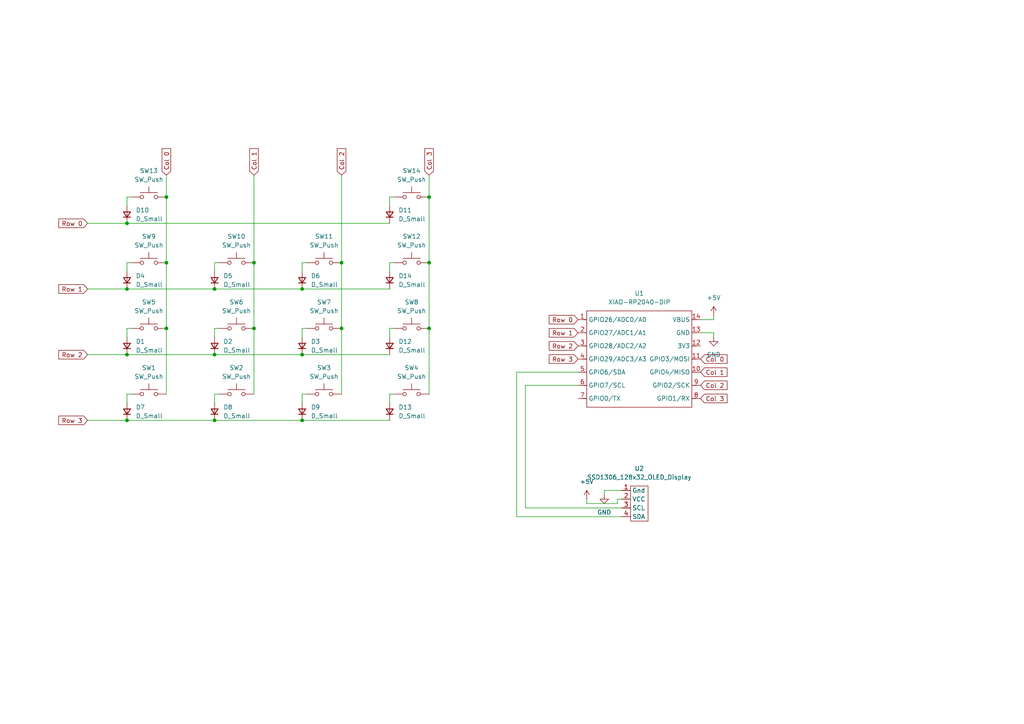
<source format=kicad_sch>
(kicad_sch (version 20250114) (generator "eeschema") (generator_version "9.0")
  (paper "A4")
  (lib_symbols
    (symbol "Device:D_Small" (pin_numbers (hide yes)) (pin_names (offset 0.254) (hide yes))
      (property "Reference" "D" (at -1.27 2.032 0))
      (property "Value" "D_Small" (at -3.81 -2.032 0))
      (symbol "D_Small_0_1"
        (polyline (pts (xy -0.762 0) (xy 0.762 0)))
        (polyline (pts (xy -0.762 -1.016) (xy -0.762 1.016)) (stroke (width 0.254)))
        (polyline (pts (xy 0.762 -1.016) (xy -0.762 0) (xy 0.762 1.016) (xy 0.762 -1.016)) (stroke (width 0.254)))
      )
      (symbol "D_Small_1_1"
        (pin passive line (at -2.54 0 0) (length 1.778) (name "K") (number "1"))
        (pin passive line (at 2.54 0 180) (length 1.778) (name "A") (number "2"))
      )
    )
    (symbol "OFL:XIAO-RP2040-DIP"
      (property "Reference" "U" (at 0 0 0))
      (property "Value" "XIAO-RP2040-DIP" (at 5.334 -1.778 0))
      (symbol "XIAO-RP2040-DIP_1_0"
        (polyline (pts (xy -1.27 -2.54) (xy 29.21 -2.54)) (stroke (width 0.1524)))
        (polyline (pts (xy -1.27 -5.08) (xy -2.54 -5.08)) (stroke (width 0.1524)))
        (polyline (pts (xy -1.27 -5.08) (xy -1.27 -2.54)) (stroke (width 0.1524)))
        (polyline (pts (xy -1.27 -8.89) (xy -2.54 -8.89)) (stroke (width 0.1524)))
        (polyline (pts (xy -1.27 -8.89) (xy -1.27 -5.08)) (stroke (width 0.1524)))
        (polyline (pts (xy -1.27 -12.7) (xy -2.54 -12.7)) (stroke (width 0.1524)))
        (polyline (pts (xy -1.27 -12.7) (xy -1.27 -8.89)) (stroke (width 0.1524)))
        (polyline (pts (xy -1.27 -16.51) (xy -2.54 -16.51)) (stroke (width 0.1524)))
        (polyline (pts (xy -1.27 -16.51) (xy -1.27 -12.7)) (stroke (width 0.1524)))
        (polyline (pts (xy -1.27 -20.32) (xy -2.54 -20.32)) (stroke (width 0.1524)))
        (polyline (pts (xy -1.27 -24.13) (xy -2.54 -24.13)) (stroke (width 0.1524)))
        (polyline (pts (xy -1.27 -27.94) (xy -2.54 -27.94)) (stroke (width 0.1524)))
        (polyline (pts (xy -1.27 -30.48) (xy -1.27 -16.51)) (stroke (width 0.1524)))
        (polyline (pts (xy 29.21 -2.54) (xy 29.21 -5.08)) (stroke (width 0.1524)))
        (polyline (pts (xy 29.21 -5.08) (xy 29.21 -8.89)) (stroke (width 0.1524)))
        (polyline (pts (xy 29.21 -8.89) (xy 29.21 -12.7)) (stroke (width 0.1524)))
        (polyline (pts (xy 29.21 -12.7) (xy 29.21 -30.48)) (stroke (width 0.1524)))
        (polyline (pts (xy 29.21 -30.48) (xy -1.27 -30.48)) (stroke (width 0.1524)))
        (polyline (pts (xy 30.48 -5.08) (xy 29.21 -5.08)) (stroke (width 0.1524)))
        (polyline (pts (xy 30.48 -8.89) (xy 29.21 -8.89)) (stroke (width 0.1524)))
        (polyline (pts (xy 30.48 -12.7) (xy 29.21 -12.7)) (stroke (width 0.1524)))
        (polyline (pts (xy 30.48 -16.51) (xy 29.21 -16.51)) (stroke (width 0.1524)))
        (polyline (pts (xy 30.48 -20.32) (xy 29.21 -20.32)) (stroke (width 0.1524)))
        (polyline (pts (xy 30.48 -24.13) (xy 29.21 -24.13)) (stroke (width 0.1524)))
        (polyline (pts (xy 30.48 -27.94) (xy 29.21 -27.94)) (stroke (width 0.1524)))
        (pin passive line (at -3.81 -5.08 0) (length 2.54) (name "GPIO26/ADC0/A0") (number "1"))
        (pin passive line (at -3.81 -8.89 0) (length 2.54) (name "GPIO27/ADC1/A1") (number "2"))
        (pin passive line (at -3.81 -12.7 0) (length 2.54) (name "GPIO28/ADC2/A2") (number "3"))
        (pin passive line (at -3.81 -16.51 0) (length 2.54) (name "GPIO29/ADC3/A3") (number "4"))
        (pin passive line (at -3.81 -20.32 0) (length 2.54) (name "GPIO6/SDA") (number "5"))
        (pin passive line (at -3.81 -24.13 0) (length 2.54) (name "GPIO7/SCL") (number "6"))
        (pin passive line (at -3.81 -27.94 0) (length 2.54) (name "GPIO0/TX") (number "7"))
        (pin passive line (at 31.75 -5.08 180) (length 2.54) (name "VBUS") (number "14"))
        (pin passive line (at 31.75 -8.89 180) (length 2.54) (name "GND") (number "13"))
        (pin passive line (at 31.75 -12.7 180) (length 2.54) (name "3V3") (number "12"))
        (pin passive line (at 31.75 -16.51 180) (length 2.54) (name "GPIO3/MOSI") (number "11"))
        (pin passive line (at 31.75 -20.32 180) (length 2.54) (name "GPIO4/MISO") (number "10"))
        (pin passive line (at 31.75 -24.13 180) (length 2.54) (name "GPIO2/SCK") (number "9"))
        (pin passive line (at 31.75 -27.94 180) (length 2.54) (name "GPIO1/RX") (number "8"))
      )
    )
    (symbol "SSD1306_0.91_inch_128x32_OLED_Display_1"
      (property "Reference" "U" (at 0 1.778 0))
      (property "Value" "SSD1306_128x32_OLED_Display" (at 0 0 0))
      (symbol "SSD1306_0.91_inch_128x32_OLED_Display_1_0_1"
        (rectangle (start -2.54 -1.27) (end 2.54 -11.43))
      )
      (symbol "SSD1306_0.91_inch_128x32_OLED_Display_1_1_1"
        (pin input line (at 5.08 -2.54 180) (length 2.54) (name "Gnd") (number "1"))
        (pin input line (at 5.08 -5.08 180) (length 2.54) (name "VCC") (number "2"))
        (pin input line (at 5.08 -7.62 180) (length 2.54) (name "SCL") (number "3"))
        (pin input line (at 5.08 -10.16 180) (length 2.54) (name "SDA") (number "4"))
      )
    )
    (symbol "Switch:SW_Push" (pin_numbers (hide yes)) (pin_names (offset 1.016) (hide yes))
      (property "Reference" "SW" (at 1.27 2.54 0))
      (property "Value" "SW_Push" (at 0 -1.524 0))
      (symbol "SW_Push_0_1"
        (circle (center -2.032 0) (radius 0.508))
        (polyline (pts (xy 0 1.27) (xy 0 3.048)))
        (circle (center 2.032 0) (radius 0.508))
        (polyline (pts (xy 2.54 1.27) (xy -2.54 1.27)))
        (pin passive line (at -5.08 0 0) (length 2.54) (name "1") (number "1"))
        (pin passive line (at 5.08 0 180) (length 2.54) (name "2") (number "2"))
      )
    )
    (symbol "power:+5V" (power) (pin_numbers (hide yes)) (pin_names (offset 0) (hide yes))
      (property "Value" "+5V" (at 0 3.556 0))
      (symbol "+5V_0_1"
        (polyline (pts (xy -0.762 1.27) (xy 0 2.54)))
        (polyline (pts (xy 0 2.54) (xy 0.762 1.27)))
        (polyline (pts (xy 0 0) (xy 0 2.54)))
      )
      (symbol "+5V_1_1"
        (pin power_in line (at 0 0 90) (length 0) (name "~") (number "1"))
      )
    )
    (symbol "power:GND" (power) (pin_numbers (hide yes)) (pin_names (offset 0) (hide yes))
      (property "Value" "GND" (at 0 -3.81 0))
      (symbol "GND_0_1"
        (polyline (pts (xy 0 0) (xy 0 -1.27) (xy 1.27 -1.27) (xy 0 -2.54) (xy -1.27 -1.27) (xy 0 -1.27)))
      )
      (symbol "GND_1_1"
        (pin power_in line (at 0 0 270) (length 0) (name "~") (number "1"))
      )
    )
  )
  (junction (at 87.63 83.82))
  (junction (at 124.46 76.2))
  (junction (at 62.23 121.92))
  (junction (at 36.83 83.82))
  (junction (at 62.23 102.87))
  (junction (at 48.26 57.15))
  (junction (at 73.66 76.2))
  (junction (at 124.46 95.25))
  (junction (at 36.83 121.92))
  (junction (at 62.23 83.82))
  (junction (at 73.66 95.25))
  (junction (at 124.46 57.15))
  (junction (at 99.06 95.25))
  (junction (at 87.63 121.92))
  (junction (at 48.26 76.2))
  (junction (at 36.83 102.87))
  (junction (at 99.06 76.2))
  (junction (at 48.26 95.25))
  (junction (at 87.63 102.87))
  (junction (at 36.83 64.77))
  (wire (pts (xy 179.07 144.78) (xy 179.07 146.05)))
  (wire (pts (xy 36.83 114.3) (xy 36.83 116.84)))
  (wire (pts (xy 207.01 92.71) (xy 207.01 91.44)))
  (wire (pts (xy 48.26 57.15) (xy 48.26 76.2)))
  (wire (pts (xy 113.03 95.25) (xy 113.03 97.79)))
  (wire (pts (xy 149.86 149.86) (xy 180.34 149.86)))
  (wire (pts (xy 36.83 57.15) (xy 38.1 57.15)))
  (wire (pts (xy 152.4 111.76) (xy 152.4 147.32)))
  (wire (pts (xy 124.46 50.8) (xy 124.46 57.15)))
  (wire (pts (xy 99.06 76.2) (xy 99.06 95.25)))
  (wire (pts (xy 62.23 95.25) (xy 62.23 97.79)))
  (wire (pts (xy 114.3 95.25) (xy 113.03 95.25)))
  (wire (pts (xy 25.4 121.92) (xy 36.83 121.92)))
  (wire (pts (xy 38.1 76.2) (xy 36.83 76.2)))
  (wire (pts (xy 36.83 121.92) (xy 62.23 121.92)))
  (wire (pts (xy 25.4 64.77) (xy 36.83 64.77)))
  (wire (pts (xy 152.4 147.32) (xy 180.34 147.32)))
  (wire (pts (xy 170.18 146.05) (xy 170.18 144.78)))
  (wire (pts (xy 36.83 102.87) (xy 62.23 102.87)))
  (wire (pts (xy 167.64 107.95) (xy 149.86 107.95)))
  (wire (pts (xy 36.83 76.2) (xy 36.83 78.74)))
  (wire (pts (xy 87.63 102.87) (xy 113.03 102.87)))
  (wire (pts (xy 63.5 114.3) (xy 62.23 114.3)))
  (wire (pts (xy 88.9 95.25) (xy 87.63 95.25)))
  (wire (pts (xy 87.63 95.25) (xy 87.63 97.79)))
  (wire (pts (xy 180.34 142.24) (xy 175.26 142.24)))
  (wire (pts (xy 124.46 57.15) (xy 124.46 76.2)))
  (wire (pts (xy 48.26 76.2) (xy 48.26 95.25)))
  (wire (pts (xy 87.63 76.2) (xy 88.9 76.2)))
  (wire (pts (xy 113.03 76.2) (xy 113.03 78.74)))
  (wire (pts (xy 36.83 83.82) (xy 62.23 83.82)))
  (wire (pts (xy 87.63 114.3) (xy 87.63 116.84)))
  (wire (pts (xy 113.03 114.3) (xy 113.03 116.84)))
  (wire (pts (xy 179.07 146.05) (xy 170.18 146.05)))
  (wire (pts (xy 73.66 95.25) (xy 73.66 114.3)))
  (wire (pts (xy 180.34 144.78) (xy 179.07 144.78)))
  (wire (pts (xy 38.1 95.25) (xy 36.83 95.25)))
  (wire (pts (xy 62.23 114.3) (xy 62.23 116.84)))
  (wire (pts (xy 36.83 95.25) (xy 36.83 97.79)))
  (wire (pts (xy 149.86 107.95) (xy 149.86 149.86)))
  (wire (pts (xy 99.06 95.25) (xy 99.06 114.3)))
  (wire (pts (xy 99.06 50.8) (xy 99.06 76.2)))
  (wire (pts (xy 87.63 76.2) (xy 87.63 78.74)))
  (wire (pts (xy 63.5 95.25) (xy 62.23 95.25)))
  (wire (pts (xy 175.26 142.24) (xy 175.26 143.51)))
  (wire (pts (xy 124.46 95.25) (xy 124.46 114.3)))
  (wire (pts (xy 73.66 76.2) (xy 73.66 95.25)))
  (wire (pts (xy 124.46 76.2) (xy 124.46 95.25)))
  (wire (pts (xy 36.83 64.77) (xy 113.03 64.77)))
  (wire (pts (xy 203.2 96.52) (xy 207.01 96.52)))
  (wire (pts (xy 36.83 59.69) (xy 36.83 57.15)))
  (wire (pts (xy 87.63 121.92) (xy 113.03 121.92)))
  (wire (pts (xy 62.23 83.82) (xy 87.63 83.82)))
  (wire (pts (xy 207.01 96.52) (xy 207.01 97.79)))
  (wire (pts (xy 88.9 114.3) (xy 87.63 114.3)))
  (wire (pts (xy 25.4 83.82) (xy 36.83 83.82)))
  (wire (pts (xy 114.3 76.2) (xy 113.03 76.2)))
  (wire (pts (xy 87.63 83.82) (xy 113.03 83.82)))
  (wire (pts (xy 114.3 114.3) (xy 113.03 114.3)))
  (wire (pts (xy 167.64 111.76) (xy 152.4 111.76)))
  (wire (pts (xy 113.03 57.15) (xy 113.03 59.69)))
  (wire (pts (xy 48.26 95.25) (xy 48.26 114.3)))
  (wire (pts (xy 62.23 102.87) (xy 87.63 102.87)))
  (wire (pts (xy 62.23 76.2) (xy 62.23 78.74)))
  (wire (pts (xy 62.23 121.92) (xy 87.63 121.92)))
  (wire (pts (xy 38.1 114.3) (xy 36.83 114.3)))
  (wire (pts (xy 25.4 102.87) (xy 36.83 102.87)))
  (wire (pts (xy 63.5 76.2) (xy 62.23 76.2)))
  (wire (pts (xy 48.26 50.8) (xy 48.26 57.15)))
  (wire (pts (xy 114.3 57.15) (xy 113.03 57.15)))
  (wire (pts (xy 203.2 92.71) (xy 207.01 92.71)))
  (wire (pts (xy 73.66 50.8) (xy 73.66 76.2)))
  (global_label "Col 3" (shape input) (at 203.2 115.57 0) (property "Intersheetrefs" "${INTERSHEET_REFS}" (effects (hide yes))))
  (global_label "Row 2" (shape input) (at 25.4 102.87 180) (property "Intersheetrefs" "${INTERSHEET_REFS}" (effects (hide yes))))
  (global_label "Row 2" (shape input) (at 167.64 100.33 180) (property "Intersheetrefs" "${INTERSHEET_REFS}" (effects (hide yes))))
  (global_label "Col 2" (shape input) (at 99.06 50.8 90) (property "Intersheetrefs" "${INTERSHEET_REFS}" (effects (hide yes))))
  (global_label "Row 1" (shape input) (at 167.64 96.52 180) (property "Intersheetrefs" "${INTERSHEET_REFS}" (effects (hide yes))))
  (global_label "Col 2" (shape input) (at 203.2 111.76 0) (property "Intersheetrefs" "${INTERSHEET_REFS}" (effects (hide yes))))
  (global_label "Row 0" (shape input) (at 25.4 64.77 180) (property "Intersheetrefs" "${INTERSHEET_REFS}" (effects (hide yes))))
  (global_label "Col 0" (shape input) (at 48.26 50.8 90) (property "Intersheetrefs" "${INTERSHEET_REFS}" (effects (hide yes))))
  (global_label "Col 1" (shape input) (at 73.66 50.8 90) (property "Intersheetrefs" "${INTERSHEET_REFS}" (effects (hide yes))))
  (global_label "Col 3" (shape input) (at 124.46 50.8 90) (property "Intersheetrefs" "${INTERSHEET_REFS}" (effects (hide yes))))
  (global_label "Row 0" (shape input) (at 167.64 92.71 180) (property "Intersheetrefs" "${INTERSHEET_REFS}" (effects (hide yes))))
  (global_label "Row 1" (shape input) (at 25.4 83.82 180) (property "Intersheetrefs" "${INTERSHEET_REFS}" (effects (hide yes))))
  (global_label "Row 3" (shape input) (at 167.64 104.14 180) (property "Intersheetrefs" "${INTERSHEET_REFS}" (effects (hide yes))))
  (global_label "Col 0" (shape input) (at 203.2 104.14 0) (property "Intersheetrefs" "${INTERSHEET_REFS}" (effects (hide yes))))
  (global_label "Col 1" (shape input) (at 203.2 107.95 0) (property "Intersheetrefs" "${INTERSHEET_REFS}" (effects (hide yes))))
  (global_label "Row 3" (shape input) (at 25.4 121.92 180) (property "Intersheetrefs" "${INTERSHEET_REFS}" (effects (hide yes))))
  (symbol (lib_id "Device:D_Small") (at 62.23 119.38 90) (unit 1)
    (property "Reference" "D8" (at 64.77 118.1099 90) (effects (justify right)))
    (property "Value" "D_Small" (at 64.77 120.6499 90) (effects (justify right)))
    (property "Footprint" "Diode_THT:D_DO-35_SOD27_P7.62mm_Horizontal" (effects (hide yes)))
    (property "Description" "Diode, small symbol" (effects (hide yes)))
    (property "Sim.Device" "D" (effects (hide yes)))
    (property "Sim.Pins" "1=K 2=A" (effects (hide yes)))
  )
  (symbol (lib_id "Switch:SW_Push") (at 43.18 57.15 0) (unit 1)
    (property "Reference" "SW13" (at 43.18 49.53 0))
    (property "Value" "SW_Push" (at 43.18 52.07 0))
    (property "Footprint" "Button_Switch_Keyboard:SW_Cherry_MX_1.00u_PCB" (effects (hide yes)))
    (property "Description" "Push button switch, generic, two pins" (effects (hide yes)))
  )
  (symbol (lib_id "power:+5V") (at 207.01 91.44 0) (unit 1)
    (property "Reference" "#PWR03" (effects (hide yes)))
    (property "Value" "+5V" (at 207.01 86.36 0))
    (property "Description" "Power symbol creates a global label with name \"+5V\"" (effects (hide yes)))
  )
  (symbol (lib_id "Device:D_Small") (at 36.83 62.23 90) (unit 1)
    (property "Reference" "D10" (at 39.37 60.9599 90) (effects (justify right)))
    (property "Value" "D_Small" (at 39.37 63.4999 90) (effects (justify right)))
    (property "Footprint" "Diode_THT:D_DO-35_SOD27_P7.62mm_Horizontal" (effects (hide yes)))
    (property "Description" "Diode, small symbol" (effects (hide yes)))
    (property "Sim.Device" "D" (effects (hide yes)))
    (property "Sim.Pins" "1=K 2=A" (effects (hide yes)))
  )
  (symbol (lib_id "Switch:SW_Push") (at 119.38 114.3 0) (unit 1)
    (property "Reference" "SW4" (at 119.38 106.68 0))
    (property "Value" "SW_Push" (at 119.38 109.22 0))
    (property "Footprint" "Button_Switch_Keyboard:SW_Cherry_MX_1.00u_PCB" (effects (hide yes)))
    (property "Description" "Push button switch, generic, two pins" (effects (hide yes)))
  )
  (symbol (lib_id "power:+5V") (at 170.18 144.78 0) (unit 1)
    (property "Reference" "#PWR02" (effects (hide yes)))
    (property "Value" "+5V" (at 170.18 139.7 0))
    (property "Description" "Power symbol creates a global label with name \"+5V\"" (effects (hide yes)))
  )
  (symbol (lib_id "Device:D_Small") (at 87.63 100.33 90) (unit 1)
    (property "Reference" "D3" (at 90.17 99.0599 90) (effects (justify right)))
    (property "Value" "D_Small" (at 90.17 101.5999 90) (effects (justify right)))
    (property "Footprint" "Diode_THT:D_DO-35_SOD27_P7.62mm_Horizontal" (effects (hide yes)))
    (property "Description" "Diode, small symbol" (effects (hide yes)))
    (property "Sim.Device" "D" (effects (hide yes)))
    (property "Sim.Pins" "1=K 2=A" (effects (hide yes)))
  )
  (symbol (lib_id "OFL:XIAO-RP2040-DIP") (at 171.45 87.63 0) (unit 1)
    (property "Reference" "U1" (at 185.42 85.09 0))
    (property "Value" "XIAO-RP2040-DIP" (at 185.42 87.63 0))
    (property "Footprint" "OPL:XIAO-RP2040-DIP" (effects (hide yes)))
  )
  (symbol (lib_id "Switch:SW_Push") (at 43.18 114.3 0) (unit 1)
    (property "Reference" "SW1" (at 43.18 106.68 0))
    (property "Value" "SW_Push" (at 43.18 109.22 0))
    (property "Footprint" "Button_Switch_Keyboard:SW_Cherry_MX_1.00u_PCB" (effects (hide yes)))
    (property "Description" "Push button switch, generic, two pins" (effects (hide yes)))
  )
  (symbol (lib_id "Switch:SW_Push") (at 68.58 114.3 0) (unit 1)
    (property "Reference" "SW2" (at 68.58 106.68 0))
    (property "Value" "SW_Push" (at 68.58 109.22 0))
    (property "Footprint" "Button_Switch_Keyboard:SW_Cherry_MX_1.00u_PCB" (effects (hide yes)))
    (property "Description" "Push button switch, generic, two pins" (effects (hide yes)))
  )
  (symbol (lib_id "power:GND") (at 175.26 143.51 0) (unit 1)
    (property "Reference" "#PWR01" (effects (hide yes)))
    (property "Value" "GND" (at 175.26 148.59 0))
    (property "Description" "Power symbol creates a global label with name \"GND\" , ground" (effects (hide yes)))
  )
  (symbol (lib_id "power:GND") (at 207.01 97.79 0) (unit 1)
    (property "Reference" "#PWR04" (effects (hide yes)))
    (property "Value" "GND" (at 207.01 102.87 0))
    (property "Description" "Power symbol creates a global label with name \"GND\" , ground" (effects (hide yes)))
  )
  (symbol (lib_id "Switch:SW_Push") (at 68.58 76.2 0) (unit 1)
    (property "Reference" "SW10" (at 68.58 68.58 0))
    (property "Value" "SW_Push" (at 68.58 71.12 0))
    (property "Footprint" "Button_Switch_Keyboard:SW_Cherry_MX_1.00u_PCB" (effects (hide yes)))
    (property "Description" "Push button switch, generic, two pins" (effects (hide yes)))
  )
  (symbol (lib_name "SSD1306_0.91_inch_128x32_OLED_Display_1") (lib_id "SSD1306_0.91_inch_128x32_OLED_Display:SSD1306_0.91_inch_128x32_OLED_Display") (at 185.42 139.7 0) (mirror y) (unit 1)
    (property "Reference" "U2" (at 185.42 135.89 0))
    (property "Value" "SSD1306_128x32_OLED_Display" (at 185.42 138.43 0))
    (property "Footprint" "4-pin SSD1306 OLED 128x32:SSD1306-0.91-OLED-4pin-128x32" (effects (hide yes)))
  )
  (symbol (lib_id "Switch:SW_Push") (at 119.38 57.15 0) (unit 1)
    (property "Reference" "SW14" (at 119.38 49.53 0))
    (property "Value" "SW_Push" (at 119.38 52.07 0))
    (property "Footprint" "Button_Switch_Keyboard:SW_Cherry_MX_1.00u_PCB" (effects (hide yes)))
    (property "Description" "Push button switch, generic, two pins" (effects (hide yes)))
  )
  (symbol (lib_id "Device:D_Small") (at 36.83 119.38 90) (unit 1)
    (property "Reference" "D7" (at 39.37 118.1099 90) (effects (justify right)))
    (property "Value" "D_Small" (at 39.37 120.6499 90) (effects (justify right)))
    (property "Footprint" "Diode_THT:D_DO-35_SOD27_P7.62mm_Horizontal" (effects (hide yes)))
    (property "Description" "Diode, small symbol" (effects (hide yes)))
    (property "Sim.Device" "D" (effects (hide yes)))
    (property "Sim.Pins" "1=K 2=A" (effects (hide yes)))
  )
  (symbol (lib_id "Switch:SW_Push") (at 93.98 114.3 0) (unit 1)
    (property "Reference" "SW3" (at 93.98 106.68 0))
    (property "Value" "SW_Push" (at 93.98 109.22 0))
    (property "Footprint" "Button_Switch_Keyboard:SW_Cherry_MX_1.00u_PCB" (effects (hide yes)))
    (property "Description" "Push button switch, generic, two pins" (effects (hide yes)))
  )
  (symbol (lib_id "Switch:SW_Push") (at 93.98 95.25 0) (unit 1)
    (property "Reference" "SW7" (at 93.98 87.63 0))
    (property "Value" "SW_Push" (at 93.98 90.17 0))
    (property "Footprint" "Button_Switch_Keyboard:SW_Cherry_MX_1.00u_PCB" (effects (hide yes)))
    (property "Description" "Push button switch, generic, two pins" (effects (hide yes)))
  )
  (symbol (lib_id "Device:D_Small") (at 36.83 100.33 90) (unit 1)
    (property "Reference" "D1" (at 39.37 99.0599 90) (effects (justify right)))
    (property "Value" "D_Small" (at 39.37 101.5999 90) (effects (justify right)))
    (property "Footprint" "Diode_THT:D_DO-35_SOD27_P7.62mm_Horizontal" (effects (hide yes)))
    (property "Description" "Diode, small symbol" (effects (hide yes)))
    (property "Sim.Device" "D" (effects (hide yes)))
    (property "Sim.Pins" "1=K 2=A" (effects (hide yes)))
  )
  (symbol (lib_id "Device:D_Small") (at 87.63 81.28 90) (unit 1)
    (property "Reference" "D6" (at 90.17 80.0099 90) (effects (justify right)))
    (property "Value" "D_Small" (at 90.17 82.5499 90) (effects (justify right)))
    (property "Footprint" "Diode_THT:D_DO-35_SOD27_P7.62mm_Horizontal" (effects (hide yes)))
    (property "Description" "Diode, small symbol" (effects (hide yes)))
    (property "Sim.Device" "D" (effects (hide yes)))
    (property "Sim.Pins" "1=K 2=A" (effects (hide yes)))
  )
  (symbol (lib_id "Switch:SW_Push") (at 68.58 95.25 0) (unit 1)
    (property "Reference" "SW6" (at 68.58 87.63 0))
    (property "Value" "SW_Push" (at 68.58 90.17 0))
    (property "Footprint" "Button_Switch_Keyboard:SW_Cherry_MX_1.00u_PCB" (effects (hide yes)))
    (property "Description" "Push button switch, generic, two pins" (effects (hide yes)))
  )
  (symbol (lib_id "Switch:SW_Push") (at 119.38 76.2 0) (unit 1)
    (property "Reference" "SW12" (at 119.38 68.58 0))
    (property "Value" "SW_Push" (at 119.38 71.12 0))
    (property "Footprint" "Button_Switch_Keyboard:SW_Cherry_MX_1.00u_PCB" (effects (hide yes)))
    (property "Description" "Push button switch, generic, two pins" (effects (hide yes)))
  )
  (symbol (lib_id "Device:D_Small") (at 113.03 81.28 90) (unit 1)
    (property "Reference" "D14" (at 115.57 80.0099 90) (effects (justify right)))
    (property "Value" "D_Small" (at 115.57 82.5499 90) (effects (justify right)))
    (property "Footprint" "Diode_THT:D_DO-35_SOD27_P7.62mm_Horizontal" (effects (hide yes)))
    (property "Description" "Diode, small symbol" (effects (hide yes)))
    (property "Sim.Device" "D" (effects (hide yes)))
    (property "Sim.Pins" "1=K 2=A" (effects (hide yes)))
  )
  (symbol (lib_id "Device:D_Small") (at 62.23 81.28 90) (unit 1)
    (property "Reference" "D5" (at 64.77 80.0099 90) (effects (justify right)))
    (property "Value" "D_Small" (at 64.77 82.5499 90) (effects (justify right)))
    (property "Footprint" "Diode_THT:D_DO-35_SOD27_P7.62mm_Horizontal" (effects (hide yes)))
    (property "Description" "Diode, small symbol" (effects (hide yes)))
    (property "Sim.Device" "D" (effects (hide yes)))
    (property "Sim.Pins" "1=K 2=A" (effects (hide yes)))
  )
  (symbol (lib_id "Switch:SW_Push") (at 43.18 95.25 0) (unit 1)
    (property "Reference" "SW5" (at 43.18 87.63 0))
    (property "Value" "SW_Push" (at 43.18 90.17 0))
    (property "Footprint" "Button_Switch_Keyboard:SW_Cherry_MX_1.00u_PCB" (effects (hide yes)))
    (property "Description" "Push button switch, generic, two pins" (effects (hide yes)))
  )
  (symbol (lib_id "Switch:SW_Push") (at 119.38 95.25 0) (unit 1)
    (property "Reference" "SW8" (at 119.38 87.63 0))
    (property "Value" "SW_Push" (at 119.38 90.17 0))
    (property "Footprint" "Button_Switch_Keyboard:SW_Cherry_MX_1.00u_PCB" (effects (hide yes)))
    (property "Description" "Push button switch, generic, two pins" (effects (hide yes)))
  )
  (symbol (lib_id "Device:D_Small") (at 87.63 119.38 90) (unit 1)
    (property "Reference" "D9" (at 90.17 118.1099 90) (effects (justify right)))
    (property "Value" "D_Small" (at 90.17 120.6499 90) (effects (justify right)))
    (property "Footprint" "Diode_THT:D_DO-35_SOD27_P7.62mm_Horizontal" (effects (hide yes)))
    (property "Description" "Diode, small symbol" (effects (hide yes)))
    (property "Sim.Device" "D" (effects (hide yes)))
    (property "Sim.Pins" "1=K 2=A" (effects (hide yes)))
  )
  (symbol (lib_id "Device:D_Small") (at 36.83 81.28 90) (unit 1)
    (property "Reference" "D4" (at 39.37 80.0099 90) (effects (justify right)))
    (property "Value" "D_Small" (at 39.37 82.5499 90) (effects (justify right)))
    (property "Footprint" "Diode_THT:D_DO-35_SOD27_P7.62mm_Horizontal" (effects (hide yes)))
    (property "Description" "Diode, small symbol" (effects (hide yes)))
    (property "Sim.Device" "D" (effects (hide yes)))
    (property "Sim.Pins" "1=K 2=A" (effects (hide yes)))
  )
  (symbol (lib_id "Switch:SW_Push") (at 43.18 76.2 0) (unit 1)
    (property "Reference" "SW9" (at 43.18 68.58 0))
    (property "Value" "SW_Push" (at 43.18 71.12 0))
    (property "Footprint" "Button_Switch_Keyboard:SW_Cherry_MX_1.00u_PCB" (effects (hide yes)))
    (property "Description" "Push button switch, generic, two pins" (effects (hide yes)))
  )
  (symbol (lib_id "Device:D_Small") (at 113.03 62.23 90) (unit 1)
    (property "Reference" "D11" (at 115.57 60.9599 90) (effects (justify right)))
    (property "Value" "D_Small" (at 115.57 63.4999 90) (effects (justify right)))
    (property "Footprint" "Diode_THT:D_DO-35_SOD27_P7.62mm_Horizontal" (effects (hide yes)))
    (property "Description" "Diode, small symbol" (effects (hide yes)))
    (property "Sim.Device" "D" (effects (hide yes)))
    (property "Sim.Pins" "1=K 2=A" (effects (hide yes)))
  )
  (symbol (lib_id "Device:D_Small") (at 113.03 100.33 90) (unit 1)
    (property "Reference" "D12" (at 115.57 99.0599 90) (effects (justify right)))
    (property "Value" "D_Small" (at 115.57 101.5999 90) (effects (justify right)))
    (property "Footprint" "Diode_THT:D_DO-35_SOD27_P7.62mm_Horizontal" (effects (hide yes)))
    (property "Description" "Diode, small symbol" (effects (hide yes)))
    (property "Sim.Device" "D" (effects (hide yes)))
    (property "Sim.Pins" "1=K 2=A" (effects (hide yes)))
  )
  (symbol (lib_id "Switch:SW_Push") (at 93.98 76.2 0) (unit 1)
    (property "Reference" "SW11" (at 93.98 68.58 0))
    (property "Value" "SW_Push" (at 93.98 71.12 0))
    (property "Footprint" "Button_Switch_Keyboard:SW_Cherry_MX_1.00u_PCB" (effects (hide yes)))
    (property "Description" "Push button switch, generic, two pins" (effects (hide yes)))
  )
  (symbol (lib_id "Device:D_Small") (at 62.23 100.33 90) (unit 1)
    (property "Reference" "D2" (at 64.77 99.0599 90) (effects (justify right)))
    (property "Value" "D_Small" (at 64.77 101.5999 90) (effects (justify right)))
    (property "Footprint" "Diode_THT:D_DO-35_SOD27_P7.62mm_Horizontal" (effects (hide yes)))
    (property "Description" "Diode, small symbol" (effects (hide yes)))
    (property "Sim.Device" "D" (effects (hide yes)))
    (property "Sim.Pins" "1=K 2=A" (effects (hide yes)))
  )
  (symbol (lib_id "Device:D_Small") (at 113.03 119.38 90) (unit 1)
    (property "Reference" "D13" (at 115.57 118.1099 90) (effects (justify right)))
    (property "Value" "D_Small" (at 115.57 120.6499 90) (effects (justify right)))
    (property "Footprint" "Diode_THT:D_DO-35_SOD27_P7.62mm_Horizontal" (effects (hide yes)))
    (property "Description" "Diode, small symbol" (effects (hide yes)))
    (property "Sim.Device" "D" (effects (hide yes)))
    (property "Sim.Pins" "1=K 2=A" (effects (hide yes)))
  )
)
</source>
